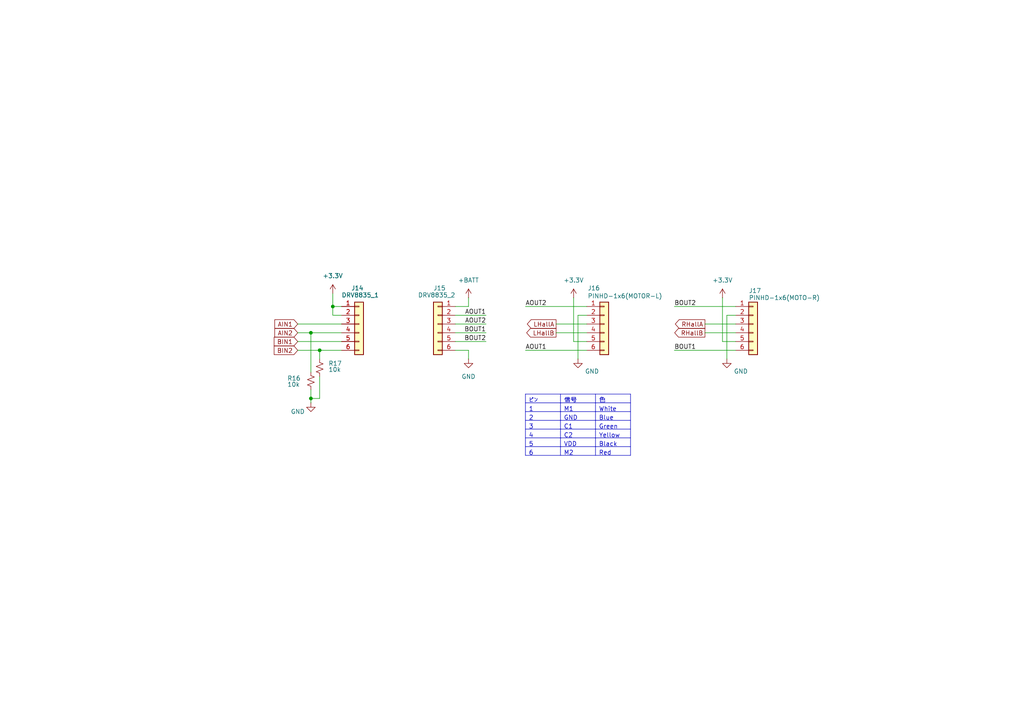
<source format=kicad_sch>
(kicad_sch
	(version 20250114)
	(generator "eeschema")
	(generator_version "9.0")
	(uuid "33f5860a-10d6-4846-b911-48e3ac07b616")
	(paper "A4")
	(lib_symbols
		(symbol "Connector_Generic:Conn_01x06"
			(pin_names
				(offset 1.016)
				(hide yes)
			)
			(exclude_from_sim no)
			(in_bom yes)
			(on_board yes)
			(property "Reference" "J"
				(at 0 7.62 0)
				(effects
					(font
						(size 1.27 1.27)
					)
				)
			)
			(property "Value" "Conn_01x06"
				(at 0 -10.16 0)
				(effects
					(font
						(size 1.27 1.27)
					)
				)
			)
			(property "Footprint" ""
				(at 0 0 0)
				(effects
					(font
						(size 1.27 1.27)
					)
					(hide yes)
				)
			)
			(property "Datasheet" "~"
				(at 0 0 0)
				(effects
					(font
						(size 1.27 1.27)
					)
					(hide yes)
				)
			)
			(property "Description" "Generic connector, single row, 01x06, script generated (kicad-library-utils/schlib/autogen/connector/)"
				(at 0 0 0)
				(effects
					(font
						(size 1.27 1.27)
					)
					(hide yes)
				)
			)
			(property "ki_keywords" "connector"
				(at 0 0 0)
				(effects
					(font
						(size 1.27 1.27)
					)
					(hide yes)
				)
			)
			(property "ki_fp_filters" "Connector*:*_1x??_*"
				(at 0 0 0)
				(effects
					(font
						(size 1.27 1.27)
					)
					(hide yes)
				)
			)
			(symbol "Conn_01x06_1_1"
				(rectangle
					(start -1.27 6.35)
					(end 1.27 -8.89)
					(stroke
						(width 0.254)
						(type default)
					)
					(fill
						(type background)
					)
				)
				(rectangle
					(start -1.27 5.207)
					(end 0 4.953)
					(stroke
						(width 0.1524)
						(type default)
					)
					(fill
						(type none)
					)
				)
				(rectangle
					(start -1.27 2.667)
					(end 0 2.413)
					(stroke
						(width 0.1524)
						(type default)
					)
					(fill
						(type none)
					)
				)
				(rectangle
					(start -1.27 0.127)
					(end 0 -0.127)
					(stroke
						(width 0.1524)
						(type default)
					)
					(fill
						(type none)
					)
				)
				(rectangle
					(start -1.27 -2.413)
					(end 0 -2.667)
					(stroke
						(width 0.1524)
						(type default)
					)
					(fill
						(type none)
					)
				)
				(rectangle
					(start -1.27 -4.953)
					(end 0 -5.207)
					(stroke
						(width 0.1524)
						(type default)
					)
					(fill
						(type none)
					)
				)
				(rectangle
					(start -1.27 -7.493)
					(end 0 -7.747)
					(stroke
						(width 0.1524)
						(type default)
					)
					(fill
						(type none)
					)
				)
				(pin passive line
					(at -5.08 5.08 0)
					(length 3.81)
					(name "Pin_1"
						(effects
							(font
								(size 1.27 1.27)
							)
						)
					)
					(number "1"
						(effects
							(font
								(size 1.27 1.27)
							)
						)
					)
				)
				(pin passive line
					(at -5.08 2.54 0)
					(length 3.81)
					(name "Pin_2"
						(effects
							(font
								(size 1.27 1.27)
							)
						)
					)
					(number "2"
						(effects
							(font
								(size 1.27 1.27)
							)
						)
					)
				)
				(pin passive line
					(at -5.08 0 0)
					(length 3.81)
					(name "Pin_3"
						(effects
							(font
								(size 1.27 1.27)
							)
						)
					)
					(number "3"
						(effects
							(font
								(size 1.27 1.27)
							)
						)
					)
				)
				(pin passive line
					(at -5.08 -2.54 0)
					(length 3.81)
					(name "Pin_4"
						(effects
							(font
								(size 1.27 1.27)
							)
						)
					)
					(number "4"
						(effects
							(font
								(size 1.27 1.27)
							)
						)
					)
				)
				(pin passive line
					(at -5.08 -5.08 0)
					(length 3.81)
					(name "Pin_5"
						(effects
							(font
								(size 1.27 1.27)
							)
						)
					)
					(number "5"
						(effects
							(font
								(size 1.27 1.27)
							)
						)
					)
				)
				(pin passive line
					(at -5.08 -7.62 0)
					(length 3.81)
					(name "Pin_6"
						(effects
							(font
								(size 1.27 1.27)
							)
						)
					)
					(number "6"
						(effects
							(font
								(size 1.27 1.27)
							)
						)
					)
				)
			)
			(embedded_fonts no)
		)
		(symbol "Device:R_Small_US"
			(pin_numbers
				(hide yes)
			)
			(pin_names
				(offset 0.254)
				(hide yes)
			)
			(exclude_from_sim no)
			(in_bom yes)
			(on_board yes)
			(property "Reference" "R"
				(at 0.762 0.508 0)
				(effects
					(font
						(size 1.27 1.27)
					)
					(justify left)
				)
			)
			(property "Value" "R_Small_US"
				(at 0.762 -1.016 0)
				(effects
					(font
						(size 1.27 1.27)
					)
					(justify left)
				)
			)
			(property "Footprint" ""
				(at 0 0 0)
				(effects
					(font
						(size 1.27 1.27)
					)
					(hide yes)
				)
			)
			(property "Datasheet" "~"
				(at 0 0 0)
				(effects
					(font
						(size 1.27 1.27)
					)
					(hide yes)
				)
			)
			(property "Description" "Resistor, small US symbol"
				(at 0 0 0)
				(effects
					(font
						(size 1.27 1.27)
					)
					(hide yes)
				)
			)
			(property "ki_keywords" "r resistor"
				(at 0 0 0)
				(effects
					(font
						(size 1.27 1.27)
					)
					(hide yes)
				)
			)
			(property "ki_fp_filters" "R_*"
				(at 0 0 0)
				(effects
					(font
						(size 1.27 1.27)
					)
					(hide yes)
				)
			)
			(symbol "R_Small_US_1_1"
				(polyline
					(pts
						(xy 0 1.524) (xy 1.016 1.143) (xy 0 0.762) (xy -1.016 0.381) (xy 0 0)
					)
					(stroke
						(width 0)
						(type default)
					)
					(fill
						(type none)
					)
				)
				(polyline
					(pts
						(xy 0 0) (xy 1.016 -0.381) (xy 0 -0.762) (xy -1.016 -1.143) (xy 0 -1.524)
					)
					(stroke
						(width 0)
						(type default)
					)
					(fill
						(type none)
					)
				)
				(pin passive line
					(at 0 2.54 270)
					(length 1.016)
					(name "~"
						(effects
							(font
								(size 1.27 1.27)
							)
						)
					)
					(number "1"
						(effects
							(font
								(size 1.27 1.27)
							)
						)
					)
				)
				(pin passive line
					(at 0 -2.54 90)
					(length 1.016)
					(name "~"
						(effects
							(font
								(size 1.27 1.27)
							)
						)
					)
					(number "2"
						(effects
							(font
								(size 1.27 1.27)
							)
						)
					)
				)
			)
			(embedded_fonts no)
		)
		(symbol "power:+3.3V"
			(power)
			(pin_numbers
				(hide yes)
			)
			(pin_names
				(offset 0)
				(hide yes)
			)
			(exclude_from_sim no)
			(in_bom yes)
			(on_board yes)
			(property "Reference" "#PWR"
				(at 0 -3.81 0)
				(effects
					(font
						(size 1.27 1.27)
					)
					(hide yes)
				)
			)
			(property "Value" "+3.3V"
				(at 0 3.556 0)
				(effects
					(font
						(size 1.27 1.27)
					)
				)
			)
			(property "Footprint" ""
				(at 0 0 0)
				(effects
					(font
						(size 1.27 1.27)
					)
					(hide yes)
				)
			)
			(property "Datasheet" ""
				(at 0 0 0)
				(effects
					(font
						(size 1.27 1.27)
					)
					(hide yes)
				)
			)
			(property "Description" "Power symbol creates a global label with name \"+3.3V\""
				(at 0 0 0)
				(effects
					(font
						(size 1.27 1.27)
					)
					(hide yes)
				)
			)
			(property "ki_keywords" "global power"
				(at 0 0 0)
				(effects
					(font
						(size 1.27 1.27)
					)
					(hide yes)
				)
			)
			(symbol "+3.3V_0_1"
				(polyline
					(pts
						(xy -0.762 1.27) (xy 0 2.54)
					)
					(stroke
						(width 0)
						(type default)
					)
					(fill
						(type none)
					)
				)
				(polyline
					(pts
						(xy 0 2.54) (xy 0.762 1.27)
					)
					(stroke
						(width 0)
						(type default)
					)
					(fill
						(type none)
					)
				)
				(polyline
					(pts
						(xy 0 0) (xy 0 2.54)
					)
					(stroke
						(width 0)
						(type default)
					)
					(fill
						(type none)
					)
				)
			)
			(symbol "+3.3V_1_1"
				(pin power_in line
					(at 0 0 90)
					(length 0)
					(name "~"
						(effects
							(font
								(size 1.27 1.27)
							)
						)
					)
					(number "1"
						(effects
							(font
								(size 1.27 1.27)
							)
						)
					)
				)
			)
			(embedded_fonts no)
		)
		(symbol "power:+BATT"
			(power)
			(pin_numbers
				(hide yes)
			)
			(pin_names
				(offset 0)
				(hide yes)
			)
			(exclude_from_sim no)
			(in_bom yes)
			(on_board yes)
			(property "Reference" "#PWR"
				(at 0 -3.81 0)
				(effects
					(font
						(size 1.27 1.27)
					)
					(hide yes)
				)
			)
			(property "Value" "+BATT"
				(at 0 3.556 0)
				(effects
					(font
						(size 1.27 1.27)
					)
				)
			)
			(property "Footprint" ""
				(at 0 0 0)
				(effects
					(font
						(size 1.27 1.27)
					)
					(hide yes)
				)
			)
			(property "Datasheet" ""
				(at 0 0 0)
				(effects
					(font
						(size 1.27 1.27)
					)
					(hide yes)
				)
			)
			(property "Description" "Power symbol creates a global label with name \"+BATT\""
				(at 0 0 0)
				(effects
					(font
						(size 1.27 1.27)
					)
					(hide yes)
				)
			)
			(property "ki_keywords" "global power battery"
				(at 0 0 0)
				(effects
					(font
						(size 1.27 1.27)
					)
					(hide yes)
				)
			)
			(symbol "+BATT_0_1"
				(polyline
					(pts
						(xy -0.762 1.27) (xy 0 2.54)
					)
					(stroke
						(width 0)
						(type default)
					)
					(fill
						(type none)
					)
				)
				(polyline
					(pts
						(xy 0 2.54) (xy 0.762 1.27)
					)
					(stroke
						(width 0)
						(type default)
					)
					(fill
						(type none)
					)
				)
				(polyline
					(pts
						(xy 0 0) (xy 0 2.54)
					)
					(stroke
						(width 0)
						(type default)
					)
					(fill
						(type none)
					)
				)
			)
			(symbol "+BATT_1_1"
				(pin power_in line
					(at 0 0 90)
					(length 0)
					(name "~"
						(effects
							(font
								(size 1.27 1.27)
							)
						)
					)
					(number "1"
						(effects
							(font
								(size 1.27 1.27)
							)
						)
					)
				)
			)
			(embedded_fonts no)
		)
		(symbol "power:GND"
			(power)
			(pin_numbers
				(hide yes)
			)
			(pin_names
				(offset 0)
				(hide yes)
			)
			(exclude_from_sim no)
			(in_bom yes)
			(on_board yes)
			(property "Reference" "#PWR"
				(at 0 -6.35 0)
				(effects
					(font
						(size 1.27 1.27)
					)
					(hide yes)
				)
			)
			(property "Value" "GND"
				(at 0 -3.81 0)
				(effects
					(font
						(size 1.27 1.27)
					)
				)
			)
			(property "Footprint" ""
				(at 0 0 0)
				(effects
					(font
						(size 1.27 1.27)
					)
					(hide yes)
				)
			)
			(property "Datasheet" ""
				(at 0 0 0)
				(effects
					(font
						(size 1.27 1.27)
					)
					(hide yes)
				)
			)
			(property "Description" "Power symbol creates a global label with name \"GND\" , ground"
				(at 0 0 0)
				(effects
					(font
						(size 1.27 1.27)
					)
					(hide yes)
				)
			)
			(property "ki_keywords" "global power"
				(at 0 0 0)
				(effects
					(font
						(size 1.27 1.27)
					)
					(hide yes)
				)
			)
			(symbol "GND_0_1"
				(polyline
					(pts
						(xy 0 0) (xy 0 -1.27) (xy 1.27 -1.27) (xy 0 -2.54) (xy -1.27 -1.27) (xy 0 -1.27)
					)
					(stroke
						(width 0)
						(type default)
					)
					(fill
						(type none)
					)
				)
			)
			(symbol "GND_1_1"
				(pin power_in line
					(at 0 0 270)
					(length 0)
					(name "~"
						(effects
							(font
								(size 1.27 1.27)
							)
						)
					)
					(number "1"
						(effects
							(font
								(size 1.27 1.27)
							)
						)
					)
				)
			)
			(embedded_fonts no)
		)
	)
	(junction
		(at 96.52 88.9)
		(diameter 0)
		(color 0 0 0 0)
		(uuid "869e964f-3ccc-48c9-bea0-c7e15508de24")
	)
	(junction
		(at 90.17 96.52)
		(diameter 0)
		(color 0 0 0 0)
		(uuid "b73bc2d6-3a98-4cb6-a2ed-accec6c0f9d1")
	)
	(junction
		(at 90.17 115.57)
		(diameter 0)
		(color 0 0 0 0)
		(uuid "c4ec9eec-64f7-47e7-8020-855e08a6b65e")
	)
	(junction
		(at 92.71 101.6)
		(diameter 0)
		(color 0 0 0 0)
		(uuid "ecc42fc3-fb9a-4672-b638-b76af0ca43de")
	)
	(wire
		(pts
			(xy 92.71 101.6) (xy 99.06 101.6)
		)
		(stroke
			(width 0)
			(type default)
		)
		(uuid "0bb6a4fb-41d1-4eeb-b442-c341acfc3808")
	)
	(wire
		(pts
			(xy 161.29 96.52) (xy 170.18 96.52)
		)
		(stroke
			(width 0)
			(type default)
		)
		(uuid "0c3727a7-808c-4864-8f8d-a6ec91e794c1")
	)
	(wire
		(pts
			(xy 135.89 88.9) (xy 135.89 86.36)
		)
		(stroke
			(width 0)
			(type default)
		)
		(uuid "11b10dca-de41-47f8-8c24-fcdb327fd331")
	)
	(wire
		(pts
			(xy 92.71 115.57) (xy 92.71 109.22)
		)
		(stroke
			(width 0)
			(type default)
		)
		(uuid "160d6ad5-f582-466c-8a0a-660a7c4e8bf5")
	)
	(wire
		(pts
			(xy 99.06 91.44) (xy 96.52 91.44)
		)
		(stroke
			(width 0)
			(type default)
		)
		(uuid "178b772e-1d22-4be7-a4ae-8b6cb1e2117d")
	)
	(wire
		(pts
			(xy 195.58 101.6) (xy 213.36 101.6)
		)
		(stroke
			(width 0)
			(type default)
		)
		(uuid "1c547363-ed52-4d1b-8563-8254611ce238")
	)
	(wire
		(pts
			(xy 86.36 99.06) (xy 99.06 99.06)
		)
		(stroke
			(width 0)
			(type default)
		)
		(uuid "1df45355-0a77-429f-a441-30dbf5383aec")
	)
	(wire
		(pts
			(xy 210.82 91.44) (xy 213.36 91.44)
		)
		(stroke
			(width 0)
			(type default)
		)
		(uuid "251371be-58fe-44fa-bff9-7f331e62c865")
	)
	(wire
		(pts
			(xy 90.17 115.57) (xy 90.17 116.84)
		)
		(stroke
			(width 0)
			(type default)
		)
		(uuid "286d7f02-5003-495f-bb31-ba668f8bcd29")
	)
	(wire
		(pts
			(xy 166.37 86.36) (xy 166.37 99.06)
		)
		(stroke
			(width 0)
			(type default)
		)
		(uuid "3ae7f481-8492-4125-98aa-8f7a533895e4")
	)
	(wire
		(pts
			(xy 167.64 91.44) (xy 167.64 104.14)
		)
		(stroke
			(width 0)
			(type default)
		)
		(uuid "3b345749-38b9-4679-b1cc-0c2d607145ea")
	)
	(wire
		(pts
			(xy 132.08 91.44) (xy 140.97 91.44)
		)
		(stroke
			(width 0)
			(type default)
		)
		(uuid "3d9e95e3-cc3b-4219-8a58-6f4da0c4622b")
	)
	(wire
		(pts
			(xy 161.29 93.98) (xy 170.18 93.98)
		)
		(stroke
			(width 0)
			(type default)
		)
		(uuid "48c6f8fe-bdd0-4b39-9945-cf9f92473f78")
	)
	(wire
		(pts
			(xy 209.55 86.36) (xy 209.55 99.06)
		)
		(stroke
			(width 0)
			(type default)
		)
		(uuid "4be32365-e16c-4f6e-b36b-21eab83fd299")
	)
	(wire
		(pts
			(xy 204.47 96.52) (xy 213.36 96.52)
		)
		(stroke
			(width 0)
			(type default)
		)
		(uuid "4cb10cdd-d72c-4101-9dc9-308b520093b1")
	)
	(wire
		(pts
			(xy 92.71 101.6) (xy 92.71 104.14)
		)
		(stroke
			(width 0)
			(type default)
		)
		(uuid "4ed54818-1509-4092-9110-ca9af2d10838")
	)
	(wire
		(pts
			(xy 204.47 93.98) (xy 213.36 93.98)
		)
		(stroke
			(width 0)
			(type default)
		)
		(uuid "4f515a33-6f0c-4d3b-8f84-e33e98fa3c39")
	)
	(wire
		(pts
			(xy 135.89 101.6) (xy 132.08 101.6)
		)
		(stroke
			(width 0)
			(type default)
		)
		(uuid "53c45f64-7b04-4ca1-9a90-aac3cf970d75")
	)
	(wire
		(pts
			(xy 195.58 88.9) (xy 213.36 88.9)
		)
		(stroke
			(width 0)
			(type default)
		)
		(uuid "591893cd-c221-43d2-929f-21c3b021c34d")
	)
	(wire
		(pts
			(xy 86.36 93.98) (xy 99.06 93.98)
		)
		(stroke
			(width 0)
			(type default)
		)
		(uuid "62e1396c-d277-4fba-a9e6-86467e102f7c")
	)
	(wire
		(pts
			(xy 132.08 88.9) (xy 135.89 88.9)
		)
		(stroke
			(width 0)
			(type default)
		)
		(uuid "73f7a15e-1a21-47d8-a0d6-304261cf5a57")
	)
	(wire
		(pts
			(xy 90.17 96.52) (xy 90.17 107.95)
		)
		(stroke
			(width 0)
			(type default)
		)
		(uuid "88fa3fdf-35e9-4889-bfe6-31956d4c63de")
	)
	(wire
		(pts
			(xy 90.17 115.57) (xy 92.71 115.57)
		)
		(stroke
			(width 0)
			(type default)
		)
		(uuid "8e3ad443-2940-49cd-8ff9-4077fc927edb")
	)
	(wire
		(pts
			(xy 90.17 96.52) (xy 99.06 96.52)
		)
		(stroke
			(width 0)
			(type default)
		)
		(uuid "8f658f4d-7457-40d4-9f48-42dd0c10efb5")
	)
	(wire
		(pts
			(xy 86.36 101.6) (xy 92.71 101.6)
		)
		(stroke
			(width 0)
			(type default)
		)
		(uuid "90936b7b-cbc4-4c94-8a32-334717a10b4e")
	)
	(wire
		(pts
			(xy 132.08 93.98) (xy 140.97 93.98)
		)
		(stroke
			(width 0)
			(type default)
		)
		(uuid "90e88426-8e5a-4dfa-aaf8-635fec01833e")
	)
	(wire
		(pts
			(xy 86.36 96.52) (xy 90.17 96.52)
		)
		(stroke
			(width 0)
			(type default)
		)
		(uuid "961d1a58-02f9-4748-af98-85d0faa4d4d1")
	)
	(wire
		(pts
			(xy 210.82 91.44) (xy 210.82 104.14)
		)
		(stroke
			(width 0)
			(type default)
		)
		(uuid "9dc015a5-25b9-4507-bd0c-e60cc0b648e8")
	)
	(wire
		(pts
			(xy 99.06 88.9) (xy 96.52 88.9)
		)
		(stroke
			(width 0)
			(type default)
		)
		(uuid "a783e7bb-0342-462e-8656-6616a3d4dde1")
	)
	(wire
		(pts
			(xy 96.52 91.44) (xy 96.52 88.9)
		)
		(stroke
			(width 0)
			(type default)
		)
		(uuid "b0be04d4-02f6-4847-ba68-e2eb6994f3ed")
	)
	(wire
		(pts
			(xy 96.52 85.09) (xy 96.52 88.9)
		)
		(stroke
			(width 0)
			(type default)
		)
		(uuid "bf3df97e-a659-4817-9eb2-4d9f87d30c28")
	)
	(wire
		(pts
			(xy 166.37 99.06) (xy 170.18 99.06)
		)
		(stroke
			(width 0)
			(type default)
		)
		(uuid "c2d5c6f8-03dd-4b8f-b08a-044566db6f80")
	)
	(wire
		(pts
			(xy 152.4 101.6) (xy 170.18 101.6)
		)
		(stroke
			(width 0)
			(type default)
		)
		(uuid "caccf2b5-732d-4bfb-b554-32588f048412")
	)
	(wire
		(pts
			(xy 213.36 99.06) (xy 209.55 99.06)
		)
		(stroke
			(width 0)
			(type default)
		)
		(uuid "d000bdc9-99e2-4e9c-af2b-d16f4fd1bf53")
	)
	(wire
		(pts
			(xy 132.08 96.52) (xy 140.97 96.52)
		)
		(stroke
			(width 0)
			(type default)
		)
		(uuid "d0980a5c-3ab1-44aa-a136-b5796c2902bd")
	)
	(wire
		(pts
			(xy 90.17 113.03) (xy 90.17 115.57)
		)
		(stroke
			(width 0)
			(type default)
		)
		(uuid "e7934c7c-57ae-4d6c-bae5-b9d02adcd6bb")
	)
	(wire
		(pts
			(xy 152.4 88.9) (xy 170.18 88.9)
		)
		(stroke
			(width 0)
			(type default)
		)
		(uuid "e9b4171e-9c38-47e9-a86d-b775aa85c80d")
	)
	(wire
		(pts
			(xy 135.89 101.6) (xy 135.89 104.14)
		)
		(stroke
			(width 0)
			(type default)
		)
		(uuid "ea67dd48-05a5-452a-8d37-7fd253525cb1")
	)
	(wire
		(pts
			(xy 170.18 91.44) (xy 167.64 91.44)
		)
		(stroke
			(width 0)
			(type default)
		)
		(uuid "ea9e2cc8-23e4-4a4c-a0bd-7f7e40a3ba4c")
	)
	(wire
		(pts
			(xy 132.08 99.06) (xy 140.97 99.06)
		)
		(stroke
			(width 0)
			(type default)
		)
		(uuid "f7396043-a676-43bb-872a-5899f36d1d64")
	)
	(table
		(column_count 3)
		(border
			(external yes)
			(header yes)
			(stroke
				(width 0)
				(type solid)
			)
		)
		(separators
			(rows yes)
			(cols yes)
			(stroke
				(width 0)
				(type solid)
			)
		)
		(column_widths 10.16 10.16 10.16)
		(row_heights 2.54 2.54 2.54 2.54 2.54 2.54 2.54)
		(cells
			(table_cell "ピン"
				(exclude_from_sim no)
				(at 152.4 114.3 0)
				(size 10.16 2.54)
				(margins 0.9525 0.9525 0.9525 0.9525)
				(span 1 1)
				(fill
					(type none)
				)
				(effects
					(font
						(size 1.27 1.27)
					)
					(justify left top)
				)
				(uuid "54f9dd6d-efdf-4690-a910-ce81a12672fb")
			)
			(table_cell "信号"
				(exclude_from_sim no)
				(at 162.56 114.3 0)
				(size 10.16 2.54)
				(margins 0.9525 0.9525 0.9525 0.9525)
				(span 1 1)
				(fill
					(type none)
				)
				(effects
					(font
						(size 1.27 1.27)
					)
					(justify left top)
				)
				(uuid "f8a006db-bfd9-4cfa-aaa4-1bbf8cdccc55")
			)
			(table_cell "色"
				(exclude_from_sim no)
				(at 172.72 114.3 0)
				(size 10.16 2.54)
				(margins 0.9525 0.9525 0.9525 0.9525)
				(span 1 1)
				(fill
					(type none)
				)
				(effects
					(font
						(size 1.27 1.27)
					)
					(justify left top)
				)
				(uuid "c486d364-c0d9-4f5a-9fa2-399b2a8e35db")
			)
			(table_cell "1"
				(exclude_from_sim no)
				(at 152.4 116.84 0)
				(size 10.16 2.54)
				(margins 0.9525 0.9525 0.9525 0.9525)
				(span 1 1)
				(fill
					(type none)
				)
				(effects
					(font
						(size 1.27 1.27)
					)
					(justify left top)
				)
				(uuid "96272fe9-d53c-4c63-882e-bdfd70bb16d7")
			)
			(table_cell "M1"
				(exclude_from_sim no)
				(at 162.56 116.84 0)
				(size 10.16 2.54)
				(margins 0.9525 0.9525 0.9525 0.9525)
				(span 1 1)
				(fill
					(type none)
				)
				(effects
					(font
						(size 1.27 1.27)
					)
					(justify left top)
				)
				(uuid "fbec6370-f7be-4e8a-afe1-2559b252f2ff")
			)
			(table_cell "White"
				(exclude_from_sim no)
				(at 172.72 116.84 0)
				(size 10.16 2.54)
				(margins 0.9525 0.9525 0.9525 0.9525)
				(span 1 1)
				(fill
					(type none)
				)
				(effects
					(font
						(size 1.27 1.27)
					)
					(justify left top)
				)
				(uuid "24fce302-7b15-4cf1-b124-030443e3ee4a")
			)
			(table_cell "2"
				(exclude_from_sim no)
				(at 152.4 119.38 0)
				(size 10.16 2.54)
				(margins 0.9525 0.9525 0.9525 0.9525)
				(span 1 1)
				(fill
					(type none)
				)
				(effects
					(font
						(size 1.27 1.27)
					)
					(justify left top)
				)
				(uuid "3d171230-c829-433c-84af-8defeee64f58")
			)
			(table_cell "GND"
				(exclude_from_sim no)
				(at 162.56 119.38 0)
				(size 10.16 2.54)
				(margins 0.9525 0.9525 0.9525 0.9525)
				(span 1 1)
				(fill
					(type none)
				)
				(effects
					(font
						(size 1.27 1.27)
					)
					(justify left top)
				)
				(uuid "bf9e3399-15c9-4feb-a51f-9f4e8faa7654")
			)
			(table_cell "Blue"
				(exclude_from_sim no)
				(at 172.72 119.38 0)
				(size 10.16 2.54)
				(margins 0.9525 0.9525 0.9525 0.9525)
				(span 1 1)
				(fill
					(type none)
				)
				(effects
					(font
						(size 1.27 1.27)
					)
					(justify left top)
				)
				(uuid "82394320-7dd8-4a01-9368-4e2cbf15e5cf")
			)
			(table_cell "3"
				(exclude_from_sim no)
				(at 152.4 121.92 0)
				(size 10.16 2.54)
				(margins 0.9525 0.9525 0.9525 0.9525)
				(span 1 1)
				(fill
					(type none)
				)
				(effects
					(font
						(size 1.27 1.27)
					)
					(justify left top)
				)
				(uuid "a0a87aa6-e20a-41bc-91bd-69d459881404")
			)
			(table_cell "C1"
				(exclude_from_sim no)
				(at 162.56 121.92 0)
				(size 10.16 2.54)
				(margins 0.9525 0.9525 0.9525 0.9525)
				(span 1 1)
				(fill
					(type none)
				)
				(effects
					(font
						(size 1.27 1.27)
					)
					(justify left top)
				)
				(uuid "57a57ac8-4507-4229-9c0a-90230f354a00")
			)
			(table_cell "Green"
				(exclude_from_sim no)
				(at 172.72 121.92 0)
				(size 10.16 2.54)
				(margins 0.9525 0.9525 0.9525 0.9525)
				(span 1 1)
				(fill
					(type none)
				)
				(effects
					(font
						(size 1.27 1.27)
					)
					(justify left top)
				)
				(uuid "6e9a5e69-995f-473a-b795-2492d26f7c05")
			)
			(table_cell "4"
				(exclude_from_sim no)
				(at 152.4 124.46 0)
				(size 10.16 2.54)
				(margins 0.9525 0.9525 0.9525 0.9525)
				(span 1 1)
				(fill
					(type none)
				)
				(effects
					(font
						(size 1.27 1.27)
					)
					(justify left top)
				)
				(uuid "e44408b9-f53f-4859-a185-965fd8d3498b")
			)
			(table_cell "C2"
				(exclude_from_sim no)
				(at 162.56 124.46 0)
				(size 10.16 2.54)
				(margins 0.9525 0.9525 0.9525 0.9525)
				(span 1 1)
				(fill
					(type none)
				)
				(effects
					(font
						(size 1.27 1.27)
					)
					(justify left top)
				)
				(uuid "21b4347f-e0fa-417e-a554-2ef70852a089")
			)
			(table_cell "Yellow"
				(exclude_from_sim no)
				(at 172.72 124.46 0)
				(size 10.16 2.54)
				(margins 0.9525 0.9525 0.9525 0.9525)
				(span 1 1)
				(fill
					(type none)
				)
				(effects
					(font
						(size 1.27 1.27)
					)
					(justify left top)
				)
				(uuid "579756dc-e7a1-4035-8478-f224971355ee")
			)
			(table_cell "5"
				(exclude_from_sim no)
				(at 152.4 127 0)
				(size 10.16 2.54)
				(margins 0.9525 0.9525 0.9525 0.9525)
				(span 1 1)
				(fill
					(type none)
				)
				(effects
					(font
						(size 1.27 1.27)
					)
					(justify left top)
				)
				(uuid "081e865f-70a6-4bfd-a6fa-e3637f42ceeb")
			)
			(table_cell "VDD"
				(exclude_from_sim no)
				(at 162.56 127 0)
				(size 10.16 2.54)
				(margins 0.9525 0.9525 0.9525 0.9525)
				(span 1 1)
				(fill
					(type none)
				)
				(effects
					(font
						(size 1.27 1.27)
					)
					(justify left top)
				)
				(uuid "401c24fb-4334-4bdb-a37c-72cbd52a49cf")
			)
			(table_cell "Black"
				(exclude_from_sim no)
				(at 172.72 127 0)
				(size 10.16 2.54)
				(margins 0.9525 0.9525 0.9525 0.9525)
				(span 1 1)
				(fill
					(type none)
				)
				(effects
					(font
						(size 1.27 1.27)
					)
					(justify left top)
				)
				(uuid "6c2a2d1f-ada9-40a6-b8b6-f01cd43472ea")
			)
			(table_cell "6"
				(exclude_from_sim no)
				(at 152.4 129.54 0)
				(size 10.16 2.54)
				(margins 0.9525 0.9525 0.9525 0.9525)
				(span 1 1)
				(fill
					(type none)
				)
				(effects
					(font
						(size 1.27 1.27)
					)
					(justify left top)
				)
				(uuid "76f19cb3-bb40-4f89-ae83-5e90720067a7")
			)
			(table_cell "M2"
				(exclude_from_sim no)
				(at 162.56 129.54 0)
				(size 10.16 2.54)
				(margins 0.9525 0.9525 0.9525 0.9525)
				(span 1 1)
				(fill
					(type none)
				)
				(effects
					(font
						(size 1.27 1.27)
					)
					(justify left top)
				)
				(uuid "22fc9559-b819-4cc8-a53c-defb1e4c7974")
			)
			(table_cell "Red"
				(exclude_from_sim no)
				(at 172.72 129.54 0)
				(size 10.16 2.54)
				(margins 0.9525 0.9525 0.9525 0.9525)
				(span 1 1)
				(fill
					(type none)
				)
				(effects
					(font
						(size 1.27 1.27)
					)
					(justify left top)
				)
				(uuid "3020cd9d-dcb1-4077-9c5e-ddd20273bb2b")
			)
		)
	)
	(label "AOUT2"
		(at 152.4 88.9 0)
		(effects
			(font
				(size 1.27 1.27)
			)
			(justify left bottom)
		)
		(uuid "084752ff-d9f9-4958-9f93-1eb65e72cf44")
	)
	(label "AOUT1"
		(at 140.97 91.44 180)
		(effects
			(font
				(size 1.27 1.27)
			)
			(justify right bottom)
		)
		(uuid "23d93172-b945-4677-b430-c73e4d03f640")
	)
	(label "BOUT2"
		(at 140.97 99.06 180)
		(effects
			(font
				(size 1.27 1.27)
			)
			(justify right bottom)
		)
		(uuid "64f41d5e-a806-44cf-b11a-25d05f0a76fc")
	)
	(label "AOUT1"
		(at 152.4 101.6 0)
		(effects
			(font
				(size 1.27 1.27)
			)
			(justify left bottom)
		)
		(uuid "8af007d6-35ff-4616-88e3-f4ffb14a1bc4")
	)
	(label "BOUT2"
		(at 195.58 88.9 0)
		(effects
			(font
				(size 1.27 1.27)
			)
			(justify left bottom)
		)
		(uuid "95a39e07-5f4a-4fdf-83db-4ddc28b9fd1a")
	)
	(label "BOUT1"
		(at 140.97 96.52 180)
		(effects
			(font
				(size 1.27 1.27)
			)
			(justify right bottom)
		)
		(uuid "98893335-69ec-4e4c-a38f-9849c28180c6")
	)
	(label "BOUT1"
		(at 195.58 101.6 0)
		(effects
			(font
				(size 1.27 1.27)
			)
			(justify left bottom)
		)
		(uuid "c8e16bbc-0b49-47ed-9538-00d244546915")
	)
	(label "AOUT2"
		(at 140.97 93.98 180)
		(effects
			(font
				(size 1.27 1.27)
			)
			(justify right bottom)
		)
		(uuid "ef2bc101-866d-48f3-983d-328a5e41fd5b")
	)
	(global_label "BIN1"
		(shape input)
		(at 86.36 99.06 180)
		(fields_autoplaced yes)
		(effects
			(font
				(size 1.27 1.27)
			)
			(justify right)
		)
		(uuid "3a5803f7-d267-4d86-91d8-6be81aa1d4a9")
		(property "Intersheetrefs" "${INTERSHEET_REFS}"
			(at 78.96 99.06 0)
			(effects
				(font
					(size 1.27 1.27)
				)
				(justify right)
				(hide yes)
			)
		)
	)
	(global_label "RHallA"
		(shape output)
		(at 204.47 93.98 180)
		(fields_autoplaced yes)
		(effects
			(font
				(size 1.27 1.27)
			)
			(justify right)
		)
		(uuid "4fb440c7-074b-46a2-a7c5-e735f099930a")
		(property "Intersheetrefs" "${INTERSHEET_REFS}"
			(at 195.3163 93.98 0)
			(effects
				(font
					(size 1.27 1.27)
				)
				(justify right)
				(hide yes)
			)
		)
	)
	(global_label "RHallB"
		(shape output)
		(at 204.47 96.52 180)
		(fields_autoplaced yes)
		(effects
			(font
				(size 1.27 1.27)
			)
			(justify right)
		)
		(uuid "5c32bcd5-6ea2-4ff4-86d6-c39ae9957e75")
		(property "Intersheetrefs" "${INTERSHEET_REFS}"
			(at 195.1349 96.52 0)
			(effects
				(font
					(size 1.27 1.27)
				)
				(justify right)
				(hide yes)
			)
		)
	)
	(global_label "AIN1"
		(shape input)
		(at 86.36 93.98 180)
		(fields_autoplaced yes)
		(effects
			(font
				(size 1.27 1.27)
			)
			(justify right)
		)
		(uuid "7eebab52-49a7-4a83-856c-80f21a926aed")
		(property "Intersheetrefs" "${INTERSHEET_REFS}"
			(at 79.1414 93.98 0)
			(effects
				(font
					(size 1.27 1.27)
				)
				(justify right)
				(hide yes)
			)
		)
	)
	(global_label "LHallA"
		(shape output)
		(at 161.29 93.98 180)
		(fields_autoplaced yes)
		(effects
			(font
				(size 1.27 1.27)
			)
			(justify right)
		)
		(uuid "bab56e85-f4d2-47dc-ac21-16c1a00d83bd")
		(property "Intersheetrefs" "${INTERSHEET_REFS}"
			(at 152.3782 93.98 0)
			(effects
				(font
					(size 1.27 1.27)
				)
				(justify right)
				(hide yes)
			)
		)
	)
	(global_label "BIN2"
		(shape input)
		(at 86.36 101.6 180)
		(fields_autoplaced yes)
		(effects
			(font
				(size 1.27 1.27)
			)
			(justify right)
		)
		(uuid "c3e3cd14-cd67-4e9d-a2ee-015ba73ce05b")
		(property "Intersheetrefs" "${INTERSHEET_REFS}"
			(at 78.96 101.6 0)
			(effects
				(font
					(size 1.27 1.27)
				)
				(justify right)
				(hide yes)
			)
		)
	)
	(global_label "AIN2"
		(shape input)
		(at 86.36 96.52 180)
		(fields_autoplaced yes)
		(effects
			(font
				(size 1.27 1.27)
			)
			(justify right)
		)
		(uuid "c512b73f-bf90-4bc8-b68f-68cd9b317fba")
		(property "Intersheetrefs" "${INTERSHEET_REFS}"
			(at 79.1414 96.52 0)
			(effects
				(font
					(size 1.27 1.27)
				)
				(justify right)
				(hide yes)
			)
		)
	)
	(global_label "LHallB"
		(shape output)
		(at 161.29 96.52 180)
		(fields_autoplaced yes)
		(effects
			(font
				(size 1.27 1.27)
			)
			(justify right)
		)
		(uuid "d3086ddf-7b02-4e66-a24b-e2aae5d91526")
		(property "Intersheetrefs" "${INTERSHEET_REFS}"
			(at 152.1968 96.52 0)
			(effects
				(font
					(size 1.27 1.27)
				)
				(justify right)
				(hide yes)
			)
		)
	)
	(symbol
		(lib_id "power:GND")
		(at 90.17 116.84 0)
		(unit 1)
		(exclude_from_sim no)
		(in_bom yes)
		(on_board yes)
		(dnp no)
		(uuid "01e13ed6-4b20-44b6-9efd-87f8df486bef")
		(property "Reference" "#PWR058"
			(at 90.17 123.19 0)
			(effects
				(font
					(size 1.27 1.27)
				)
				(hide yes)
			)
		)
		(property "Value" "GND"
			(at 86.36 119.38 0)
			(effects
				(font
					(size 1.27 1.27)
				)
			)
		)
		(property "Footprint" ""
			(at 90.17 116.84 0)
			(effects
				(font
					(size 1.27 1.27)
				)
				(hide yes)
			)
		)
		(property "Datasheet" ""
			(at 90.17 116.84 0)
			(effects
				(font
					(size 1.27 1.27)
				)
				(hide yes)
			)
		)
		(property "Description" "Power symbol creates a global label with name \"GND\" , ground"
			(at 90.17 116.84 0)
			(effects
				(font
					(size 1.27 1.27)
				)
				(hide yes)
			)
		)
		(pin "1"
			(uuid "424fcce0-dad3-40c0-aa11-7ef0e9a0614b")
		)
		(instances
			(project "TrainingTracer"
				(path "/914faf3b-320c-40a9-bc45-7ad88109862b/d113ea96-a8fe-433c-a72d-963bfc42853f"
					(reference "#PWR058")
					(unit 1)
				)
			)
		)
	)
	(symbol
		(lib_id "power:GND")
		(at 210.82 104.14 0)
		(unit 1)
		(exclude_from_sim no)
		(in_bom yes)
		(on_board yes)
		(dnp no)
		(uuid "1752e34b-e30d-4360-9201-0f79df05fb0e")
		(property "Reference" "#PWR065"
			(at 210.82 110.49 0)
			(effects
				(font
					(size 1.27 1.27)
				)
				(hide yes)
			)
		)
		(property "Value" "GND"
			(at 214.884 107.696 0)
			(effects
				(font
					(size 1.27 1.27)
				)
			)
		)
		(property "Footprint" ""
			(at 210.82 104.14 0)
			(effects
				(font
					(size 1.27 1.27)
				)
				(hide yes)
			)
		)
		(property "Datasheet" ""
			(at 210.82 104.14 0)
			(effects
				(font
					(size 1.27 1.27)
				)
				(hide yes)
			)
		)
		(property "Description" "Power symbol creates a global label with name \"GND\" , ground"
			(at 210.82 104.14 0)
			(effects
				(font
					(size 1.27 1.27)
				)
				(hide yes)
			)
		)
		(pin "1"
			(uuid "a3f1ab4e-b608-40bd-baae-542ce59cb05d")
		)
		(instances
			(project "TrainingTracer"
				(path "/914faf3b-320c-40a9-bc45-7ad88109862b/d113ea96-a8fe-433c-a72d-963bfc42853f"
					(reference "#PWR065")
					(unit 1)
				)
			)
		)
	)
	(symbol
		(lib_id "power:+3.3V")
		(at 166.37 86.36 0)
		(unit 1)
		(exclude_from_sim no)
		(in_bom yes)
		(on_board yes)
		(dnp no)
		(fields_autoplaced yes)
		(uuid "2e4d37dd-3717-47e1-a1f8-8b6c4f1bd3f7")
		(property "Reference" "#PWR062"
			(at 166.37 90.17 0)
			(effects
				(font
					(size 1.27 1.27)
				)
				(hide yes)
			)
		)
		(property "Value" "+3.3V"
			(at 166.37 81.28 0)
			(effects
				(font
					(size 1.27 1.27)
				)
			)
		)
		(property "Footprint" ""
			(at 166.37 86.36 0)
			(effects
				(font
					(size 1.27 1.27)
				)
				(hide yes)
			)
		)
		(property "Datasheet" ""
			(at 166.37 86.36 0)
			(effects
				(font
					(size 1.27 1.27)
				)
				(hide yes)
			)
		)
		(property "Description" "Power symbol creates a global label with name \"+3.3V\""
			(at 166.37 86.36 0)
			(effects
				(font
					(size 1.27 1.27)
				)
				(hide yes)
			)
		)
		(pin "1"
			(uuid "76138970-fc4d-4853-9a5a-7ccf39660262")
		)
		(instances
			(project "TrainingTracer"
				(path "/914faf3b-320c-40a9-bc45-7ad88109862b/d113ea96-a8fe-433c-a72d-963bfc42853f"
					(reference "#PWR062")
					(unit 1)
				)
			)
		)
	)
	(symbol
		(lib_id "Connector_Generic:Conn_01x06")
		(at 175.26 93.98 0)
		(unit 1)
		(exclude_from_sim no)
		(in_bom yes)
		(on_board yes)
		(dnp no)
		(uuid "3e1f3ce4-b70b-401d-99f3-cc1994f0e0be")
		(property "Reference" "J16"
			(at 170.434 83.566 0)
			(effects
				(font
					(size 1.27 1.27)
				)
				(justify left)
			)
		)
		(property "Value" "PINHD-1x6(MOTOR-L)"
			(at 170.434 85.852 0)
			(effects
				(font
					(size 1.27 1.27)
				)
				(justify left)
			)
		)
		(property "Footprint" "Connector_PinSocket_2.54mm:PinSocket_1x06_P2.54mm_Vertical"
			(at 175.26 93.98 0)
			(effects
				(font
					(size 1.27 1.27)
				)
				(hide yes)
			)
		)
		(property "Datasheet" "~"
			(at 175.26 93.98 0)
			(effects
				(font
					(size 1.27 1.27)
				)
				(hide yes)
			)
		)
		(property "Description" "Generic connector, single row, 01x06, script generated (kicad-library-utils/schlib/autogen/connector/)"
			(at 175.26 93.98 0)
			(effects
				(font
					(size 1.27 1.27)
				)
				(hide yes)
			)
		)
		(pin "3"
			(uuid "8eeaebc3-d681-4376-9236-ea29f81e7236")
		)
		(pin "5"
			(uuid "383b0bcd-bb50-418f-bf30-98ac4f44d739")
		)
		(pin "6"
			(uuid "105d0e6e-2843-43af-b5c1-55886c2e6031")
		)
		(pin "4"
			(uuid "0cb40779-952e-4f20-81e4-c32a0555d896")
		)
		(pin "1"
			(uuid "ce213414-f18a-4b70-9700-713a0b105584")
		)
		(pin "2"
			(uuid "526f7352-7d86-4767-9aa1-9ce777c6ab3e")
		)
		(instances
			(project ""
				(path "/914faf3b-320c-40a9-bc45-7ad88109862b/d113ea96-a8fe-433c-a72d-963bfc42853f"
					(reference "J16")
					(unit 1)
				)
			)
		)
	)
	(symbol
		(lib_id "power:GND")
		(at 135.89 104.14 0)
		(unit 1)
		(exclude_from_sim no)
		(in_bom yes)
		(on_board yes)
		(dnp no)
		(fields_autoplaced yes)
		(uuid "49d854f9-1ba3-47ad-8e31-abfd1f7e6390")
		(property "Reference" "#PWR061"
			(at 135.89 110.49 0)
			(effects
				(font
					(size 1.27 1.27)
				)
				(hide yes)
			)
		)
		(property "Value" "GND"
			(at 135.89 109.22 0)
			(effects
				(font
					(size 1.27 1.27)
				)
			)
		)
		(property "Footprint" ""
			(at 135.89 104.14 0)
			(effects
				(font
					(size 1.27 1.27)
				)
				(hide yes)
			)
		)
		(property "Datasheet" ""
			(at 135.89 104.14 0)
			(effects
				(font
					(size 1.27 1.27)
				)
				(hide yes)
			)
		)
		(property "Description" "Power symbol creates a global label with name \"GND\" , ground"
			(at 135.89 104.14 0)
			(effects
				(font
					(size 1.27 1.27)
				)
				(hide yes)
			)
		)
		(pin "1"
			(uuid "5487fae9-4626-4714-be24-4e1d498c5c15")
		)
		(instances
			(project ""
				(path "/914faf3b-320c-40a9-bc45-7ad88109862b/d113ea96-a8fe-433c-a72d-963bfc42853f"
					(reference "#PWR061")
					(unit 1)
				)
			)
		)
	)
	(symbol
		(lib_id "power:+3.3V")
		(at 96.52 85.09 0)
		(unit 1)
		(exclude_from_sim no)
		(in_bom yes)
		(on_board yes)
		(dnp no)
		(fields_autoplaced yes)
		(uuid "5c74be95-5bac-4ae8-9542-7b3c89cfc7c5")
		(property "Reference" "#PWR059"
			(at 96.52 88.9 0)
			(effects
				(font
					(size 1.27 1.27)
				)
				(hide yes)
			)
		)
		(property "Value" "+3.3V"
			(at 96.52 80.01 0)
			(effects
				(font
					(size 1.27 1.27)
				)
			)
		)
		(property "Footprint" ""
			(at 96.52 85.09 0)
			(effects
				(font
					(size 1.27 1.27)
				)
				(hide yes)
			)
		)
		(property "Datasheet" ""
			(at 96.52 85.09 0)
			(effects
				(font
					(size 1.27 1.27)
				)
				(hide yes)
			)
		)
		(property "Description" "Power symbol creates a global label with name \"+3.3V\""
			(at 96.52 85.09 0)
			(effects
				(font
					(size 1.27 1.27)
				)
				(hide yes)
			)
		)
		(pin "1"
			(uuid "e10d109f-6594-4511-acbf-11d42df6fce8")
		)
		(instances
			(project "TrainingTracer"
				(path "/914faf3b-320c-40a9-bc45-7ad88109862b/d113ea96-a8fe-433c-a72d-963bfc42853f"
					(reference "#PWR059")
					(unit 1)
				)
			)
		)
	)
	(symbol
		(lib_id "Connector_Generic:Conn_01x06")
		(at 127 93.98 0)
		(mirror y)
		(unit 1)
		(exclude_from_sim no)
		(in_bom yes)
		(on_board yes)
		(dnp no)
		(uuid "700625a3-dc17-4927-837e-7fab90bd45a8")
		(property "Reference" "J15"
			(at 129.286 83.566 0)
			(effects
				(font
					(size 1.27 1.27)
				)
				(justify left)
			)
		)
		(property "Value" "DRV8835_2"
			(at 132.08 85.598 0)
			(effects
				(font
					(size 1.27 1.27)
				)
				(justify left)
			)
		)
		(property "Footprint" "Connector_PinSocket_2.54mm:PinSocket_1x06_P2.54mm_Vertical"
			(at 127 93.98 0)
			(effects
				(font
					(size 1.27 1.27)
				)
				(hide yes)
			)
		)
		(property "Datasheet" "~"
			(at 127 93.98 0)
			(effects
				(font
					(size 1.27 1.27)
				)
				(hide yes)
			)
		)
		(property "Description" "Generic connector, single row, 01x06, script generated (kicad-library-utils/schlib/autogen/connector/)"
			(at 127 93.98 0)
			(effects
				(font
					(size 1.27 1.27)
				)
				(hide yes)
			)
		)
		(pin "1"
			(uuid "5863e9bc-205e-4b0a-a335-41f7161a5eac")
		)
		(pin "2"
			(uuid "488d4bdf-324d-4322-a4f9-1d76faa42f16")
		)
		(pin "6"
			(uuid "a0d2661e-9793-4761-92ce-5a88334a0c00")
		)
		(pin "5"
			(uuid "8273587a-deb0-4b73-b58e-31e28b6fdf79")
		)
		(pin "4"
			(uuid "37f8d3b4-c6a4-415f-937f-e7bc5ee2a75f")
		)
		(pin "3"
			(uuid "fbdce51d-6b4a-42a2-b093-269bf01f983a")
		)
		(instances
			(project "TrainingTracer"
				(path "/914faf3b-320c-40a9-bc45-7ad88109862b/d113ea96-a8fe-433c-a72d-963bfc42853f"
					(reference "J15")
					(unit 1)
				)
			)
		)
	)
	(symbol
		(lib_id "Device:R_Small_US")
		(at 90.17 110.49 0)
		(unit 1)
		(exclude_from_sim no)
		(in_bom yes)
		(on_board yes)
		(dnp no)
		(uuid "823e6d5d-ca9c-44c1-8762-e4cfa7a39a3f")
		(property "Reference" "R16"
			(at 83.312 109.728 0)
			(effects
				(font
					(size 1.27 1.27)
				)
				(justify left)
			)
		)
		(property "Value" "10k"
			(at 83.312 111.506 0)
			(effects
				(font
					(size 1.27 1.27)
				)
				(justify left)
			)
		)
		(property "Footprint" "Resistor_THT:R_Axial_DIN0204_L3.6mm_D1.6mm_P7.62mm_Horizontal"
			(at 90.17 110.49 0)
			(effects
				(font
					(size 1.27 1.27)
				)
				(hide yes)
			)
		)
		(property "Datasheet" "~"
			(at 90.17 110.49 0)
			(effects
				(font
					(size 1.27 1.27)
				)
				(hide yes)
			)
		)
		(property "Description" "Resistor, small US symbol"
			(at 90.17 110.49 0)
			(effects
				(font
					(size 1.27 1.27)
				)
				(hide yes)
			)
		)
		(pin "1"
			(uuid "0157e35e-896e-46af-8fb9-ab11ffb0912c")
		)
		(pin "2"
			(uuid "73a25b32-0b3c-4bda-a8ef-0f78d397e95e")
		)
		(instances
			(project "TrainingTracer"
				(path "/914faf3b-320c-40a9-bc45-7ad88109862b/d113ea96-a8fe-433c-a72d-963bfc42853f"
					(reference "R16")
					(unit 1)
				)
			)
		)
	)
	(symbol
		(lib_id "Device:R_Small_US")
		(at 92.71 106.68 0)
		(unit 1)
		(exclude_from_sim no)
		(in_bom yes)
		(on_board yes)
		(dnp no)
		(uuid "8b74b8a4-5ad1-4976-a91a-574201f62724")
		(property "Reference" "R17"
			(at 95.25 105.4099 0)
			(effects
				(font
					(size 1.27 1.27)
				)
				(justify left)
			)
		)
		(property "Value" "10k"
			(at 95.25 107.188 0)
			(effects
				(font
					(size 1.27 1.27)
				)
				(justify left)
			)
		)
		(property "Footprint" "Resistor_THT:R_Axial_DIN0204_L3.6mm_D1.6mm_P7.62mm_Horizontal"
			(at 92.71 106.68 0)
			(effects
				(font
					(size 1.27 1.27)
				)
				(hide yes)
			)
		)
		(property "Datasheet" "~"
			(at 92.71 106.68 0)
			(effects
				(font
					(size 1.27 1.27)
				)
				(hide yes)
			)
		)
		(property "Description" "Resistor, small US symbol"
			(at 92.71 106.68 0)
			(effects
				(font
					(size 1.27 1.27)
				)
				(hide yes)
			)
		)
		(pin "1"
			(uuid "11738f96-b785-442a-8388-db345cb75cbe")
		)
		(pin "2"
			(uuid "c0699e26-8e21-480d-8264-5ac0f622b654")
		)
		(instances
			(project ""
				(path "/914faf3b-320c-40a9-bc45-7ad88109862b/d113ea96-a8fe-433c-a72d-963bfc42853f"
					(reference "R17")
					(unit 1)
				)
			)
		)
	)
	(symbol
		(lib_id "Connector_Generic:Conn_01x06")
		(at 104.14 93.98 0)
		(unit 1)
		(exclude_from_sim no)
		(in_bom yes)
		(on_board yes)
		(dnp no)
		(uuid "8e86fa39-7e49-46d2-a335-a7a9c0316875")
		(property "Reference" "J14"
			(at 101.854 83.566 0)
			(effects
				(font
					(size 1.27 1.27)
				)
				(justify left)
			)
		)
		(property "Value" "DRV8835_1"
			(at 99.06 85.598 0)
			(effects
				(font
					(size 1.27 1.27)
				)
				(justify left)
			)
		)
		(property "Footprint" "Connector_PinSocket_2.54mm:PinSocket_1x06_P2.54mm_Vertical"
			(at 104.14 93.98 0)
			(effects
				(font
					(size 1.27 1.27)
				)
				(hide yes)
			)
		)
		(property "Datasheet" "~"
			(at 104.14 93.98 0)
			(effects
				(font
					(size 1.27 1.27)
				)
				(hide yes)
			)
		)
		(property "Description" "Generic connector, single row, 01x06, script generated (kicad-library-utils/schlib/autogen/connector/)"
			(at 104.14 93.98 0)
			(effects
				(font
					(size 1.27 1.27)
				)
				(hide yes)
			)
		)
		(pin "1"
			(uuid "d0854452-55e6-4e51-b291-aae5bfdfc6a2")
		)
		(pin "2"
			(uuid "60400766-790a-476a-9e67-8dab2c94bee6")
		)
		(pin "6"
			(uuid "aa80d2c0-2394-4ca6-b373-a31022a3b78f")
		)
		(pin "5"
			(uuid "691e4dbc-f43e-442e-97d7-04dc729862b4")
		)
		(pin "4"
			(uuid "c02541ea-6175-478a-9e30-1546a1307017")
		)
		(pin "3"
			(uuid "3779a61e-ec02-478b-a76f-90699cfb72f7")
		)
		(instances
			(project ""
				(path "/914faf3b-320c-40a9-bc45-7ad88109862b/d113ea96-a8fe-433c-a72d-963bfc42853f"
					(reference "J14")
					(unit 1)
				)
			)
		)
	)
	(symbol
		(lib_id "Connector_Generic:Conn_01x06")
		(at 218.44 93.98 0)
		(unit 1)
		(exclude_from_sim no)
		(in_bom yes)
		(on_board yes)
		(dnp no)
		(uuid "96dc6cab-411c-48ee-90b4-f21651cedbaf")
		(property "Reference" "J17"
			(at 217.17 84.328 0)
			(effects
				(font
					(size 1.27 1.27)
				)
				(justify left)
			)
		)
		(property "Value" "PINHD-1x6(MOTO-R)"
			(at 217.17 86.36 0)
			(effects
				(font
					(size 1.27 1.27)
				)
				(justify left)
			)
		)
		(property "Footprint" "Connector_PinSocket_2.54mm:PinSocket_1x06_P2.54mm_Vertical"
			(at 218.44 93.98 0)
			(effects
				(font
					(size 1.27 1.27)
				)
				(hide yes)
			)
		)
		(property "Datasheet" "~"
			(at 218.44 93.98 0)
			(effects
				(font
					(size 1.27 1.27)
				)
				(hide yes)
			)
		)
		(property "Description" "Generic connector, single row, 01x06, script generated (kicad-library-utils/schlib/autogen/connector/)"
			(at 218.44 93.98 0)
			(effects
				(font
					(size 1.27 1.27)
				)
				(hide yes)
			)
		)
		(pin "3"
			(uuid "7b4f034c-5f69-4c9b-958d-c8edbb0266a9")
		)
		(pin "5"
			(uuid "a4762995-aea6-498d-bf9e-bf6b0e021d7f")
		)
		(pin "6"
			(uuid "7769aa46-2689-41d0-a052-71eb48f2ea97")
		)
		(pin "4"
			(uuid "4f658230-f260-4c7e-a87a-b4a18545977c")
		)
		(pin "1"
			(uuid "402df633-e640-4589-aa48-3664f8cc676d")
		)
		(pin "2"
			(uuid "1c049f62-20f7-4e5b-a858-9632d166d219")
		)
		(instances
			(project "TrainingTracer"
				(path "/914faf3b-320c-40a9-bc45-7ad88109862b/d113ea96-a8fe-433c-a72d-963bfc42853f"
					(reference "J17")
					(unit 1)
				)
			)
		)
	)
	(symbol
		(lib_id "power:+3.3V")
		(at 209.55 86.36 0)
		(unit 1)
		(exclude_from_sim no)
		(in_bom yes)
		(on_board yes)
		(dnp no)
		(fields_autoplaced yes)
		(uuid "aa36a304-4893-4355-b92e-09ab73d41362")
		(property "Reference" "#PWR064"
			(at 209.55 90.17 0)
			(effects
				(font
					(size 1.27 1.27)
				)
				(hide yes)
			)
		)
		(property "Value" "+3.3V"
			(at 209.55 81.28 0)
			(effects
				(font
					(size 1.27 1.27)
				)
			)
		)
		(property "Footprint" ""
			(at 209.55 86.36 0)
			(effects
				(font
					(size 1.27 1.27)
				)
				(hide yes)
			)
		)
		(property "Datasheet" ""
			(at 209.55 86.36 0)
			(effects
				(font
					(size 1.27 1.27)
				)
				(hide yes)
			)
		)
		(property "Description" "Power symbol creates a global label with name \"+3.3V\""
			(at 209.55 86.36 0)
			(effects
				(font
					(size 1.27 1.27)
				)
				(hide yes)
			)
		)
		(pin "1"
			(uuid "8e2df6ba-bd3b-4a21-b50e-0151cf8e7e84")
		)
		(instances
			(project "TrainingTracer"
				(path "/914faf3b-320c-40a9-bc45-7ad88109862b/d113ea96-a8fe-433c-a72d-963bfc42853f"
					(reference "#PWR064")
					(unit 1)
				)
			)
		)
	)
	(symbol
		(lib_id "power:+BATT")
		(at 135.89 86.36 0)
		(unit 1)
		(exclude_from_sim no)
		(in_bom yes)
		(on_board yes)
		(dnp no)
		(fields_autoplaced yes)
		(uuid "b17fdb54-d10a-4a46-9e3f-0ffebbaaede6")
		(property "Reference" "#PWR060"
			(at 135.89 90.17 0)
			(effects
				(font
					(size 1.27 1.27)
				)
				(hide yes)
			)
		)
		(property "Value" "+BATT"
			(at 135.89 81.28 0)
			(effects
				(font
					(size 1.27 1.27)
				)
			)
		)
		(property "Footprint" ""
			(at 135.89 86.36 0)
			(effects
				(font
					(size 1.27 1.27)
				)
				(hide yes)
			)
		)
		(property "Datasheet" ""
			(at 135.89 86.36 0)
			(effects
				(font
					(size 1.27 1.27)
				)
				(hide yes)
			)
		)
		(property "Description" "Power symbol creates a global label with name \"+BATT\""
			(at 135.89 86.36 0)
			(effects
				(font
					(size 1.27 1.27)
				)
				(hide yes)
			)
		)
		(pin "1"
			(uuid "68aa4ec6-8145-4a60-bbaf-7dc82a41639a")
		)
		(instances
			(project "TrainingTracer"
				(path "/914faf3b-320c-40a9-bc45-7ad88109862b/d113ea96-a8fe-433c-a72d-963bfc42853f"
					(reference "#PWR060")
					(unit 1)
				)
			)
		)
	)
	(symbol
		(lib_id "power:GND")
		(at 167.64 104.14 0)
		(unit 1)
		(exclude_from_sim no)
		(in_bom yes)
		(on_board yes)
		(dnp no)
		(uuid "bb12283c-429f-41ea-8dc2-17118f0c3fc8")
		(property "Reference" "#PWR063"
			(at 167.64 110.49 0)
			(effects
				(font
					(size 1.27 1.27)
				)
				(hide yes)
			)
		)
		(property "Value" "GND"
			(at 171.704 107.696 0)
			(effects
				(font
					(size 1.27 1.27)
				)
			)
		)
		(property "Footprint" ""
			(at 167.64 104.14 0)
			(effects
				(font
					(size 1.27 1.27)
				)
				(hide yes)
			)
		)
		(property "Datasheet" ""
			(at 167.64 104.14 0)
			(effects
				(font
					(size 1.27 1.27)
				)
				(hide yes)
			)
		)
		(property "Description" "Power symbol creates a global label with name \"GND\" , ground"
			(at 167.64 104.14 0)
			(effects
				(font
					(size 1.27 1.27)
				)
				(hide yes)
			)
		)
		(pin "1"
			(uuid "d0e6fd4f-a99e-478c-a0fb-0744cb91a483")
		)
		(instances
			(project "TrainingTracer"
				(path "/914faf3b-320c-40a9-bc45-7ad88109862b/d113ea96-a8fe-433c-a72d-963bfc42853f"
					(reference "#PWR063")
					(unit 1)
				)
			)
		)
	)
)

</source>
